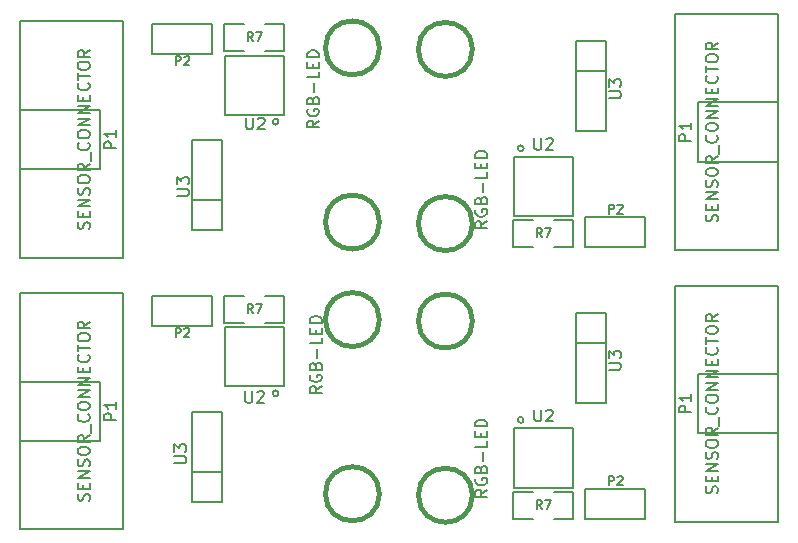
<source format=gto>
G04 (created by PCBNEW (2013-may-18)-stable) date Сб 21 ноя 2015 22:02:29*
%MOIN*%
G04 Gerber Fmt 3.4, Leading zero omitted, Abs format*
%FSLAX34Y34*%
G01*
G70*
G90*
G04 APERTURE LIST*
%ADD10C,0.00590551*%
%ADD11C,0.00787402*%
%ADD12C,0.015*%
%ADD13C,0.006*%
%ADD14C,0.005*%
%ADD15C,0.01*%
G04 APERTURE END LIST*
G54D10*
G54D11*
X39370Y-18602D02*
G75*
G03X39370Y-18602I-98J0D01*
G74*
G01*
X39370Y-27657D02*
G75*
G03X39370Y-27657I-98J0D01*
G74*
G01*
X31200Y-26771D02*
G75*
G03X31200Y-26771I-98J0D01*
G74*
G01*
X31200Y-17716D02*
G75*
G03X31200Y-17716I-98J0D01*
G74*
G01*
G54D12*
X37661Y-24360D02*
G75*
G03X37661Y-24360I-900J0D01*
G74*
G01*
X37661Y-30167D02*
G75*
G03X37661Y-30167I-900J0D01*
G74*
G01*
G54D13*
X41431Y-30962D02*
X41431Y-29962D01*
X41431Y-29962D02*
X43431Y-29962D01*
X43431Y-29962D02*
X43431Y-30962D01*
X43431Y-30962D02*
X41431Y-30962D01*
X41104Y-24080D02*
X42104Y-24080D01*
X42104Y-24080D02*
X42104Y-27080D01*
X42104Y-27080D02*
X41104Y-27080D01*
X41104Y-27080D02*
X41104Y-24080D01*
X42104Y-25080D02*
X41104Y-25080D01*
G54D10*
X41013Y-27942D02*
X39045Y-27942D01*
X39045Y-27942D02*
X39045Y-29911D01*
X39045Y-29911D02*
X41013Y-29911D01*
X41013Y-29911D02*
X41013Y-27942D01*
X47844Y-28100D02*
X45187Y-28100D01*
X45187Y-28100D02*
X45187Y-26131D01*
X45187Y-26131D02*
X47844Y-26131D01*
X44399Y-31053D02*
X44399Y-23179D01*
X44399Y-23179D02*
X47844Y-23179D01*
X47844Y-23179D02*
X47844Y-31053D01*
X47844Y-31053D02*
X44399Y-31053D01*
G54D14*
X41029Y-30951D02*
X41029Y-30051D01*
X41029Y-30051D02*
X40379Y-30051D01*
X39679Y-30951D02*
X39029Y-30951D01*
X39029Y-30951D02*
X39029Y-30051D01*
X39029Y-30051D02*
X39679Y-30051D01*
X40379Y-30951D02*
X41029Y-30951D01*
X41029Y-21896D02*
X41029Y-20996D01*
X41029Y-20996D02*
X40379Y-20996D01*
X39679Y-21896D02*
X39029Y-21896D01*
X39029Y-21896D02*
X39029Y-20996D01*
X39029Y-20996D02*
X39679Y-20996D01*
X40379Y-21896D02*
X41029Y-21896D01*
G54D10*
X47844Y-19045D02*
X45187Y-19045D01*
X45187Y-19045D02*
X45187Y-17076D01*
X45187Y-17076D02*
X47844Y-17076D01*
X44399Y-21998D02*
X44399Y-14124D01*
X44399Y-14124D02*
X47844Y-14124D01*
X47844Y-14124D02*
X47844Y-21998D01*
X47844Y-21998D02*
X44399Y-21998D01*
X41013Y-18887D02*
X39045Y-18887D01*
X39045Y-18887D02*
X39045Y-20856D01*
X39045Y-20856D02*
X41013Y-20856D01*
X41013Y-20856D02*
X41013Y-18887D01*
G54D13*
X41104Y-15025D02*
X42104Y-15025D01*
X42104Y-15025D02*
X42104Y-18025D01*
X42104Y-18025D02*
X41104Y-18025D01*
X41104Y-18025D02*
X41104Y-15025D01*
X42104Y-16025D02*
X41104Y-16025D01*
X41431Y-21907D02*
X41431Y-20907D01*
X41431Y-20907D02*
X43431Y-20907D01*
X43431Y-20907D02*
X43431Y-21907D01*
X43431Y-21907D02*
X41431Y-21907D01*
G54D12*
X37661Y-21112D02*
G75*
G03X37661Y-21112I-900J0D01*
G74*
G01*
X37661Y-15305D02*
G75*
G03X37661Y-15305I-900J0D01*
G74*
G01*
X34561Y-30118D02*
G75*
G03X34561Y-30118I-900J0D01*
G74*
G01*
X34561Y-24311D02*
G75*
G03X34561Y-24311I-900J0D01*
G74*
G01*
G54D13*
X28992Y-23515D02*
X28992Y-24515D01*
X28992Y-24515D02*
X26992Y-24515D01*
X26992Y-24515D02*
X26992Y-23515D01*
X26992Y-23515D02*
X28992Y-23515D01*
X29318Y-30397D02*
X28318Y-30397D01*
X28318Y-30397D02*
X28318Y-27397D01*
X28318Y-27397D02*
X29318Y-27397D01*
X29318Y-27397D02*
X29318Y-30397D01*
X28318Y-29397D02*
X29318Y-29397D01*
G54D10*
X29409Y-26535D02*
X31377Y-26535D01*
X31377Y-26535D02*
X31377Y-24566D01*
X31377Y-24566D02*
X29409Y-24566D01*
X29409Y-24566D02*
X29409Y-26535D01*
X22578Y-26377D02*
X25236Y-26377D01*
X25236Y-26377D02*
X25236Y-28346D01*
X25236Y-28346D02*
X22578Y-28346D01*
X26023Y-23425D02*
X26023Y-31299D01*
X26023Y-31299D02*
X22578Y-31299D01*
X22578Y-31299D02*
X22578Y-23425D01*
X22578Y-23425D02*
X26023Y-23425D01*
G54D14*
X29393Y-23526D02*
X29393Y-24426D01*
X29393Y-24426D02*
X30043Y-24426D01*
X30743Y-23526D02*
X31393Y-23526D01*
X31393Y-23526D02*
X31393Y-24426D01*
X31393Y-24426D02*
X30743Y-24426D01*
X30043Y-23526D02*
X29393Y-23526D01*
X29393Y-14471D02*
X29393Y-15371D01*
X29393Y-15371D02*
X30043Y-15371D01*
X30743Y-14471D02*
X31393Y-14471D01*
X31393Y-14471D02*
X31393Y-15371D01*
X31393Y-15371D02*
X30743Y-15371D01*
X30043Y-14471D02*
X29393Y-14471D01*
G54D10*
X22578Y-17322D02*
X25236Y-17322D01*
X25236Y-17322D02*
X25236Y-19291D01*
X25236Y-19291D02*
X22578Y-19291D01*
X26023Y-14370D02*
X26023Y-22244D01*
X26023Y-22244D02*
X22578Y-22244D01*
X22578Y-22244D02*
X22578Y-14370D01*
X22578Y-14370D02*
X26023Y-14370D01*
X29409Y-17480D02*
X31377Y-17480D01*
X31377Y-17480D02*
X31377Y-15511D01*
X31377Y-15511D02*
X29409Y-15511D01*
X29409Y-15511D02*
X29409Y-17480D01*
G54D13*
X29318Y-21342D02*
X28318Y-21342D01*
X28318Y-21342D02*
X28318Y-18342D01*
X28318Y-18342D02*
X29318Y-18342D01*
X29318Y-18342D02*
X29318Y-21342D01*
X28318Y-20342D02*
X29318Y-20342D01*
X28992Y-14460D02*
X28992Y-15460D01*
X28992Y-15460D02*
X26992Y-15460D01*
X26992Y-15460D02*
X26992Y-14460D01*
X26992Y-14460D02*
X28992Y-14460D01*
G54D12*
X34561Y-15255D02*
G75*
G03X34561Y-15255I-900J0D01*
G74*
G01*
X34561Y-21062D02*
G75*
G03X34561Y-21062I-900J0D01*
G74*
G01*
G54D15*
G54D13*
X42209Y-29834D02*
X42209Y-29534D01*
X42323Y-29534D01*
X42352Y-29548D01*
X42366Y-29562D01*
X42381Y-29591D01*
X42381Y-29634D01*
X42366Y-29662D01*
X42352Y-29676D01*
X42323Y-29691D01*
X42209Y-29691D01*
X42495Y-29562D02*
X42509Y-29548D01*
X42538Y-29534D01*
X42609Y-29534D01*
X42638Y-29548D01*
X42652Y-29562D01*
X42666Y-29591D01*
X42666Y-29619D01*
X42652Y-29662D01*
X42481Y-29834D01*
X42666Y-29834D01*
X42216Y-25985D02*
X42540Y-25985D01*
X42578Y-25966D01*
X42597Y-25947D01*
X42616Y-25909D01*
X42616Y-25833D01*
X42597Y-25794D01*
X42578Y-25775D01*
X42540Y-25756D01*
X42216Y-25756D01*
X42216Y-25604D02*
X42216Y-25356D01*
X42368Y-25490D01*
X42368Y-25433D01*
X42387Y-25394D01*
X42406Y-25375D01*
X42444Y-25356D01*
X42540Y-25356D01*
X42578Y-25375D01*
X42597Y-25394D01*
X42616Y-25433D01*
X42616Y-25547D01*
X42597Y-25585D01*
X42578Y-25604D01*
G54D10*
X39729Y-27314D02*
X39729Y-27633D01*
X39748Y-27671D01*
X39767Y-27689D01*
X39804Y-27708D01*
X39879Y-27708D01*
X39917Y-27689D01*
X39935Y-27671D01*
X39954Y-27633D01*
X39954Y-27314D01*
X40123Y-27352D02*
X40142Y-27333D01*
X40179Y-27314D01*
X40273Y-27314D01*
X40310Y-27333D01*
X40329Y-27352D01*
X40348Y-27389D01*
X40348Y-27427D01*
X40329Y-27483D01*
X40104Y-27708D01*
X40348Y-27708D01*
X38151Y-29986D02*
X37964Y-30118D01*
X38151Y-30211D02*
X37757Y-30211D01*
X37757Y-30061D01*
X37776Y-30024D01*
X37795Y-30005D01*
X37832Y-29986D01*
X37889Y-29986D01*
X37926Y-30005D01*
X37945Y-30024D01*
X37964Y-30061D01*
X37964Y-30211D01*
X37776Y-29611D02*
X37757Y-29649D01*
X37757Y-29705D01*
X37776Y-29761D01*
X37814Y-29799D01*
X37851Y-29818D01*
X37926Y-29836D01*
X37982Y-29836D01*
X38057Y-29818D01*
X38095Y-29799D01*
X38132Y-29761D01*
X38151Y-29705D01*
X38151Y-29668D01*
X38132Y-29611D01*
X38113Y-29593D01*
X37982Y-29593D01*
X37982Y-29668D01*
X37945Y-29293D02*
X37964Y-29236D01*
X37982Y-29218D01*
X38020Y-29199D01*
X38076Y-29199D01*
X38113Y-29218D01*
X38132Y-29236D01*
X38151Y-29274D01*
X38151Y-29424D01*
X37757Y-29424D01*
X37757Y-29293D01*
X37776Y-29255D01*
X37795Y-29236D01*
X37832Y-29218D01*
X37870Y-29218D01*
X37907Y-29236D01*
X37926Y-29255D01*
X37945Y-29293D01*
X37945Y-29424D01*
X38001Y-29030D02*
X38001Y-28730D01*
X38151Y-28355D02*
X38151Y-28543D01*
X37757Y-28543D01*
X37945Y-28224D02*
X37945Y-28093D01*
X38151Y-28037D02*
X38151Y-28224D01*
X37757Y-28224D01*
X37757Y-28037D01*
X38151Y-27868D02*
X37757Y-27868D01*
X37757Y-27774D01*
X37776Y-27718D01*
X37814Y-27680D01*
X37851Y-27662D01*
X37926Y-27643D01*
X37982Y-27643D01*
X38057Y-27662D01*
X38095Y-27680D01*
X38132Y-27718D01*
X38151Y-27774D01*
X38151Y-27868D01*
X44952Y-27406D02*
X44558Y-27406D01*
X44558Y-27256D01*
X44577Y-27219D01*
X44596Y-27200D01*
X44633Y-27181D01*
X44690Y-27181D01*
X44727Y-27200D01*
X44746Y-27219D01*
X44765Y-27256D01*
X44765Y-27406D01*
X44952Y-26806D02*
X44952Y-27031D01*
X44952Y-26919D02*
X44558Y-26919D01*
X44615Y-26956D01*
X44652Y-26994D01*
X44671Y-27031D01*
X45819Y-30097D02*
X45838Y-30040D01*
X45838Y-29947D01*
X45819Y-29909D01*
X45800Y-29890D01*
X45763Y-29872D01*
X45726Y-29872D01*
X45688Y-29890D01*
X45669Y-29909D01*
X45651Y-29947D01*
X45632Y-30022D01*
X45613Y-30059D01*
X45594Y-30078D01*
X45557Y-30097D01*
X45519Y-30097D01*
X45482Y-30078D01*
X45463Y-30059D01*
X45444Y-30022D01*
X45444Y-29928D01*
X45463Y-29872D01*
X45632Y-29703D02*
X45632Y-29572D01*
X45838Y-29515D02*
X45838Y-29703D01*
X45444Y-29703D01*
X45444Y-29515D01*
X45838Y-29347D02*
X45444Y-29347D01*
X45838Y-29122D01*
X45444Y-29122D01*
X45819Y-28953D02*
X45838Y-28897D01*
X45838Y-28803D01*
X45819Y-28765D01*
X45800Y-28747D01*
X45763Y-28728D01*
X45726Y-28728D01*
X45688Y-28747D01*
X45669Y-28765D01*
X45651Y-28803D01*
X45632Y-28878D01*
X45613Y-28915D01*
X45594Y-28934D01*
X45557Y-28953D01*
X45519Y-28953D01*
X45482Y-28934D01*
X45463Y-28915D01*
X45444Y-28878D01*
X45444Y-28784D01*
X45463Y-28728D01*
X45444Y-28484D02*
X45444Y-28409D01*
X45463Y-28372D01*
X45501Y-28334D01*
X45576Y-28315D01*
X45707Y-28315D01*
X45782Y-28334D01*
X45819Y-28372D01*
X45838Y-28409D01*
X45838Y-28484D01*
X45819Y-28522D01*
X45782Y-28559D01*
X45707Y-28578D01*
X45576Y-28578D01*
X45501Y-28559D01*
X45463Y-28522D01*
X45444Y-28484D01*
X45838Y-27922D02*
X45651Y-28053D01*
X45838Y-28147D02*
X45444Y-28147D01*
X45444Y-27997D01*
X45463Y-27959D01*
X45482Y-27941D01*
X45519Y-27922D01*
X45576Y-27922D01*
X45613Y-27941D01*
X45632Y-27959D01*
X45651Y-27997D01*
X45651Y-28147D01*
X45875Y-27847D02*
X45875Y-27547D01*
X45800Y-27228D02*
X45819Y-27247D01*
X45838Y-27303D01*
X45838Y-27341D01*
X45819Y-27397D01*
X45782Y-27434D01*
X45744Y-27453D01*
X45669Y-27472D01*
X45613Y-27472D01*
X45538Y-27453D01*
X45501Y-27434D01*
X45463Y-27397D01*
X45444Y-27341D01*
X45444Y-27303D01*
X45463Y-27247D01*
X45482Y-27228D01*
X45444Y-26984D02*
X45444Y-26909D01*
X45463Y-26872D01*
X45501Y-26834D01*
X45576Y-26816D01*
X45707Y-26816D01*
X45782Y-26834D01*
X45819Y-26872D01*
X45838Y-26909D01*
X45838Y-26984D01*
X45819Y-27022D01*
X45782Y-27059D01*
X45707Y-27078D01*
X45576Y-27078D01*
X45501Y-27059D01*
X45463Y-27022D01*
X45444Y-26984D01*
X45838Y-26647D02*
X45444Y-26647D01*
X45838Y-26422D01*
X45444Y-26422D01*
X45838Y-26235D02*
X45444Y-26235D01*
X45838Y-26010D01*
X45444Y-26010D01*
X45632Y-25822D02*
X45632Y-25691D01*
X45838Y-25635D02*
X45838Y-25822D01*
X45444Y-25822D01*
X45444Y-25635D01*
X45800Y-25241D02*
X45819Y-25260D01*
X45838Y-25316D01*
X45838Y-25353D01*
X45819Y-25410D01*
X45782Y-25447D01*
X45744Y-25466D01*
X45669Y-25485D01*
X45613Y-25485D01*
X45538Y-25466D01*
X45501Y-25447D01*
X45463Y-25410D01*
X45444Y-25353D01*
X45444Y-25316D01*
X45463Y-25260D01*
X45482Y-25241D01*
X45444Y-25128D02*
X45444Y-24903D01*
X45838Y-25016D02*
X45444Y-25016D01*
X45444Y-24697D02*
X45444Y-24622D01*
X45463Y-24585D01*
X45501Y-24547D01*
X45576Y-24528D01*
X45707Y-24528D01*
X45782Y-24547D01*
X45819Y-24585D01*
X45838Y-24622D01*
X45838Y-24697D01*
X45819Y-24735D01*
X45782Y-24772D01*
X45707Y-24791D01*
X45576Y-24791D01*
X45501Y-24772D01*
X45463Y-24735D01*
X45444Y-24697D01*
X45838Y-24135D02*
X45651Y-24266D01*
X45838Y-24360D02*
X45444Y-24360D01*
X45444Y-24210D01*
X45463Y-24172D01*
X45482Y-24154D01*
X45519Y-24135D01*
X45576Y-24135D01*
X45613Y-24154D01*
X45632Y-24172D01*
X45651Y-24210D01*
X45651Y-24360D01*
G54D14*
X39979Y-30623D02*
X39879Y-30480D01*
X39808Y-30623D02*
X39808Y-30323D01*
X39922Y-30323D01*
X39950Y-30337D01*
X39965Y-30351D01*
X39979Y-30380D01*
X39979Y-30423D01*
X39965Y-30451D01*
X39950Y-30466D01*
X39922Y-30480D01*
X39808Y-30480D01*
X40079Y-30323D02*
X40279Y-30323D01*
X40150Y-30623D01*
X39979Y-21568D02*
X39879Y-21425D01*
X39808Y-21568D02*
X39808Y-21268D01*
X39922Y-21268D01*
X39950Y-21282D01*
X39965Y-21296D01*
X39979Y-21325D01*
X39979Y-21368D01*
X39965Y-21396D01*
X39950Y-21411D01*
X39922Y-21425D01*
X39808Y-21425D01*
X40079Y-21268D02*
X40279Y-21268D01*
X40150Y-21568D01*
G54D10*
X44952Y-18351D02*
X44558Y-18351D01*
X44558Y-18201D01*
X44577Y-18164D01*
X44596Y-18145D01*
X44633Y-18126D01*
X44690Y-18126D01*
X44727Y-18145D01*
X44746Y-18164D01*
X44765Y-18201D01*
X44765Y-18351D01*
X44952Y-17751D02*
X44952Y-17976D01*
X44952Y-17864D02*
X44558Y-17864D01*
X44615Y-17901D01*
X44652Y-17939D01*
X44671Y-17976D01*
X45819Y-21041D02*
X45838Y-20985D01*
X45838Y-20891D01*
X45819Y-20854D01*
X45800Y-20835D01*
X45763Y-20816D01*
X45726Y-20816D01*
X45688Y-20835D01*
X45669Y-20854D01*
X45651Y-20891D01*
X45632Y-20966D01*
X45613Y-21004D01*
X45594Y-21023D01*
X45557Y-21041D01*
X45519Y-21041D01*
X45482Y-21023D01*
X45463Y-21004D01*
X45444Y-20966D01*
X45444Y-20873D01*
X45463Y-20816D01*
X45632Y-20648D02*
X45632Y-20516D01*
X45838Y-20460D02*
X45838Y-20648D01*
X45444Y-20648D01*
X45444Y-20460D01*
X45838Y-20291D02*
X45444Y-20291D01*
X45838Y-20067D01*
X45444Y-20067D01*
X45819Y-19898D02*
X45838Y-19842D01*
X45838Y-19748D01*
X45819Y-19710D01*
X45800Y-19692D01*
X45763Y-19673D01*
X45726Y-19673D01*
X45688Y-19692D01*
X45669Y-19710D01*
X45651Y-19748D01*
X45632Y-19823D01*
X45613Y-19860D01*
X45594Y-19879D01*
X45557Y-19898D01*
X45519Y-19898D01*
X45482Y-19879D01*
X45463Y-19860D01*
X45444Y-19823D01*
X45444Y-19729D01*
X45463Y-19673D01*
X45444Y-19429D02*
X45444Y-19354D01*
X45463Y-19317D01*
X45501Y-19279D01*
X45576Y-19260D01*
X45707Y-19260D01*
X45782Y-19279D01*
X45819Y-19317D01*
X45838Y-19354D01*
X45838Y-19429D01*
X45819Y-19467D01*
X45782Y-19504D01*
X45707Y-19523D01*
X45576Y-19523D01*
X45501Y-19504D01*
X45463Y-19467D01*
X45444Y-19429D01*
X45838Y-18867D02*
X45651Y-18998D01*
X45838Y-19092D02*
X45444Y-19092D01*
X45444Y-18942D01*
X45463Y-18904D01*
X45482Y-18885D01*
X45519Y-18867D01*
X45576Y-18867D01*
X45613Y-18885D01*
X45632Y-18904D01*
X45651Y-18942D01*
X45651Y-19092D01*
X45875Y-18792D02*
X45875Y-18492D01*
X45800Y-18173D02*
X45819Y-18192D01*
X45838Y-18248D01*
X45838Y-18285D01*
X45819Y-18342D01*
X45782Y-18379D01*
X45744Y-18398D01*
X45669Y-18417D01*
X45613Y-18417D01*
X45538Y-18398D01*
X45501Y-18379D01*
X45463Y-18342D01*
X45444Y-18285D01*
X45444Y-18248D01*
X45463Y-18192D01*
X45482Y-18173D01*
X45444Y-17929D02*
X45444Y-17854D01*
X45463Y-17817D01*
X45501Y-17779D01*
X45576Y-17761D01*
X45707Y-17761D01*
X45782Y-17779D01*
X45819Y-17817D01*
X45838Y-17854D01*
X45838Y-17929D01*
X45819Y-17967D01*
X45782Y-18004D01*
X45707Y-18023D01*
X45576Y-18023D01*
X45501Y-18004D01*
X45463Y-17967D01*
X45444Y-17929D01*
X45838Y-17592D02*
X45444Y-17592D01*
X45838Y-17367D01*
X45444Y-17367D01*
X45838Y-17179D02*
X45444Y-17179D01*
X45838Y-16954D01*
X45444Y-16954D01*
X45632Y-16767D02*
X45632Y-16636D01*
X45838Y-16579D02*
X45838Y-16767D01*
X45444Y-16767D01*
X45444Y-16579D01*
X45800Y-16186D02*
X45819Y-16205D01*
X45838Y-16261D01*
X45838Y-16298D01*
X45819Y-16354D01*
X45782Y-16392D01*
X45744Y-16411D01*
X45669Y-16429D01*
X45613Y-16429D01*
X45538Y-16411D01*
X45501Y-16392D01*
X45463Y-16354D01*
X45444Y-16298D01*
X45444Y-16261D01*
X45463Y-16205D01*
X45482Y-16186D01*
X45444Y-16073D02*
X45444Y-15848D01*
X45838Y-15961D02*
X45444Y-15961D01*
X45444Y-15642D02*
X45444Y-15567D01*
X45463Y-15530D01*
X45501Y-15492D01*
X45576Y-15473D01*
X45707Y-15473D01*
X45782Y-15492D01*
X45819Y-15530D01*
X45838Y-15567D01*
X45838Y-15642D01*
X45819Y-15680D01*
X45782Y-15717D01*
X45707Y-15736D01*
X45576Y-15736D01*
X45501Y-15717D01*
X45463Y-15680D01*
X45444Y-15642D01*
X45838Y-15080D02*
X45651Y-15211D01*
X45838Y-15305D02*
X45444Y-15305D01*
X45444Y-15155D01*
X45463Y-15117D01*
X45482Y-15098D01*
X45519Y-15080D01*
X45576Y-15080D01*
X45613Y-15098D01*
X45632Y-15117D01*
X45651Y-15155D01*
X45651Y-15305D01*
X39729Y-18259D02*
X39729Y-18578D01*
X39748Y-18615D01*
X39767Y-18634D01*
X39804Y-18653D01*
X39879Y-18653D01*
X39917Y-18634D01*
X39935Y-18615D01*
X39954Y-18578D01*
X39954Y-18259D01*
X40123Y-18297D02*
X40142Y-18278D01*
X40179Y-18259D01*
X40273Y-18259D01*
X40310Y-18278D01*
X40329Y-18297D01*
X40348Y-18334D01*
X40348Y-18372D01*
X40329Y-18428D01*
X40104Y-18653D01*
X40348Y-18653D01*
X38151Y-21030D02*
X37964Y-21161D01*
X38151Y-21255D02*
X37757Y-21255D01*
X37757Y-21105D01*
X37776Y-21067D01*
X37795Y-21048D01*
X37832Y-21030D01*
X37889Y-21030D01*
X37926Y-21048D01*
X37945Y-21067D01*
X37964Y-21105D01*
X37964Y-21255D01*
X37776Y-20655D02*
X37757Y-20692D01*
X37757Y-20748D01*
X37776Y-20805D01*
X37814Y-20842D01*
X37851Y-20861D01*
X37926Y-20880D01*
X37982Y-20880D01*
X38057Y-20861D01*
X38095Y-20842D01*
X38132Y-20805D01*
X38151Y-20748D01*
X38151Y-20711D01*
X38132Y-20655D01*
X38113Y-20636D01*
X37982Y-20636D01*
X37982Y-20711D01*
X37945Y-20336D02*
X37964Y-20280D01*
X37982Y-20261D01*
X38020Y-20242D01*
X38076Y-20242D01*
X38113Y-20261D01*
X38132Y-20280D01*
X38151Y-20317D01*
X38151Y-20467D01*
X37757Y-20467D01*
X37757Y-20336D01*
X37776Y-20299D01*
X37795Y-20280D01*
X37832Y-20261D01*
X37870Y-20261D01*
X37907Y-20280D01*
X37926Y-20299D01*
X37945Y-20336D01*
X37945Y-20467D01*
X38001Y-20074D02*
X38001Y-19774D01*
X38151Y-19399D02*
X38151Y-19586D01*
X37757Y-19586D01*
X37945Y-19267D02*
X37945Y-19136D01*
X38151Y-19080D02*
X38151Y-19267D01*
X37757Y-19267D01*
X37757Y-19080D01*
X38151Y-18911D02*
X37757Y-18911D01*
X37757Y-18817D01*
X37776Y-18761D01*
X37814Y-18724D01*
X37851Y-18705D01*
X37926Y-18686D01*
X37982Y-18686D01*
X38057Y-18705D01*
X38095Y-18724D01*
X38132Y-18761D01*
X38151Y-18817D01*
X38151Y-18911D01*
G54D13*
X42216Y-16930D02*
X42540Y-16930D01*
X42578Y-16911D01*
X42597Y-16892D01*
X42616Y-16854D01*
X42616Y-16777D01*
X42597Y-16739D01*
X42578Y-16720D01*
X42540Y-16701D01*
X42216Y-16701D01*
X42216Y-16549D02*
X42216Y-16301D01*
X42368Y-16435D01*
X42368Y-16377D01*
X42387Y-16339D01*
X42406Y-16320D01*
X42444Y-16301D01*
X42540Y-16301D01*
X42578Y-16320D01*
X42597Y-16339D01*
X42616Y-16377D01*
X42616Y-16492D01*
X42597Y-16530D01*
X42578Y-16549D01*
X42209Y-20778D02*
X42209Y-20478D01*
X42323Y-20478D01*
X42352Y-20493D01*
X42366Y-20507D01*
X42381Y-20536D01*
X42381Y-20578D01*
X42366Y-20607D01*
X42352Y-20621D01*
X42323Y-20636D01*
X42209Y-20636D01*
X42495Y-20507D02*
X42509Y-20493D01*
X42538Y-20478D01*
X42609Y-20478D01*
X42638Y-20493D01*
X42652Y-20507D01*
X42666Y-20536D01*
X42666Y-20564D01*
X42652Y-20607D01*
X42481Y-20778D01*
X42666Y-20778D01*
G54D15*
G54D13*
X27770Y-24887D02*
X27770Y-24587D01*
X27884Y-24587D01*
X27913Y-24601D01*
X27927Y-24615D01*
X27942Y-24644D01*
X27942Y-24687D01*
X27927Y-24715D01*
X27913Y-24730D01*
X27884Y-24744D01*
X27770Y-24744D01*
X28056Y-24615D02*
X28070Y-24601D01*
X28099Y-24587D01*
X28170Y-24587D01*
X28199Y-24601D01*
X28213Y-24615D01*
X28227Y-24644D01*
X28227Y-24672D01*
X28213Y-24715D01*
X28042Y-24887D01*
X28227Y-24887D01*
X27730Y-29102D02*
X28054Y-29102D01*
X28092Y-29083D01*
X28111Y-29064D01*
X28130Y-29026D01*
X28130Y-28950D01*
X28111Y-28911D01*
X28092Y-28892D01*
X28054Y-28873D01*
X27730Y-28873D01*
X27730Y-28721D02*
X27730Y-28473D01*
X27883Y-28607D01*
X27883Y-28550D01*
X27902Y-28511D01*
X27921Y-28492D01*
X27959Y-28473D01*
X28054Y-28473D01*
X28092Y-28492D01*
X28111Y-28511D01*
X28130Y-28550D01*
X28130Y-28664D01*
X28111Y-28702D01*
X28092Y-28721D01*
G54D10*
X30093Y-26694D02*
X30093Y-27013D01*
X30112Y-27050D01*
X30131Y-27069D01*
X30168Y-27088D01*
X30243Y-27088D01*
X30281Y-27069D01*
X30299Y-27050D01*
X30318Y-27013D01*
X30318Y-26694D01*
X30487Y-26732D02*
X30506Y-26713D01*
X30543Y-26694D01*
X30637Y-26694D01*
X30674Y-26713D01*
X30693Y-26732D01*
X30712Y-26769D01*
X30712Y-26807D01*
X30693Y-26863D01*
X30468Y-27088D01*
X30712Y-27088D01*
X32639Y-26541D02*
X32452Y-26673D01*
X32639Y-26766D02*
X32245Y-26766D01*
X32245Y-26616D01*
X32264Y-26579D01*
X32283Y-26560D01*
X32320Y-26541D01*
X32377Y-26541D01*
X32414Y-26560D01*
X32433Y-26579D01*
X32452Y-26616D01*
X32452Y-26766D01*
X32264Y-26167D02*
X32245Y-26204D01*
X32245Y-26260D01*
X32264Y-26317D01*
X32302Y-26354D01*
X32339Y-26373D01*
X32414Y-26392D01*
X32470Y-26392D01*
X32545Y-26373D01*
X32583Y-26354D01*
X32620Y-26317D01*
X32639Y-26260D01*
X32639Y-26223D01*
X32620Y-26167D01*
X32602Y-26148D01*
X32470Y-26148D01*
X32470Y-26223D01*
X32433Y-25848D02*
X32452Y-25792D01*
X32470Y-25773D01*
X32508Y-25754D01*
X32564Y-25754D01*
X32602Y-25773D01*
X32620Y-25792D01*
X32639Y-25829D01*
X32639Y-25979D01*
X32245Y-25979D01*
X32245Y-25848D01*
X32264Y-25810D01*
X32283Y-25792D01*
X32320Y-25773D01*
X32358Y-25773D01*
X32395Y-25792D01*
X32414Y-25810D01*
X32433Y-25848D01*
X32433Y-25979D01*
X32489Y-25585D02*
X32489Y-25285D01*
X32639Y-24910D02*
X32639Y-25098D01*
X32245Y-25098D01*
X32433Y-24779D02*
X32433Y-24648D01*
X32639Y-24592D02*
X32639Y-24779D01*
X32245Y-24779D01*
X32245Y-24592D01*
X32639Y-24423D02*
X32245Y-24423D01*
X32245Y-24329D01*
X32264Y-24273D01*
X32302Y-24236D01*
X32339Y-24217D01*
X32414Y-24198D01*
X32470Y-24198D01*
X32545Y-24217D01*
X32583Y-24236D01*
X32620Y-24273D01*
X32639Y-24329D01*
X32639Y-24423D01*
X25789Y-27652D02*
X25395Y-27652D01*
X25395Y-27502D01*
X25414Y-27465D01*
X25433Y-27446D01*
X25470Y-27427D01*
X25526Y-27427D01*
X25564Y-27446D01*
X25583Y-27465D01*
X25601Y-27502D01*
X25601Y-27652D01*
X25789Y-27052D02*
X25789Y-27277D01*
X25789Y-27165D02*
X25395Y-27165D01*
X25451Y-27202D01*
X25489Y-27240D01*
X25508Y-27277D01*
X24884Y-30343D02*
X24903Y-30286D01*
X24903Y-30193D01*
X24884Y-30155D01*
X24865Y-30136D01*
X24828Y-30118D01*
X24790Y-30118D01*
X24753Y-30136D01*
X24734Y-30155D01*
X24715Y-30193D01*
X24697Y-30268D01*
X24678Y-30305D01*
X24659Y-30324D01*
X24622Y-30343D01*
X24584Y-30343D01*
X24547Y-30324D01*
X24528Y-30305D01*
X24509Y-30268D01*
X24509Y-30174D01*
X24528Y-30118D01*
X24697Y-29949D02*
X24697Y-29818D01*
X24903Y-29761D02*
X24903Y-29949D01*
X24509Y-29949D01*
X24509Y-29761D01*
X24903Y-29593D02*
X24509Y-29593D01*
X24903Y-29368D01*
X24509Y-29368D01*
X24884Y-29199D02*
X24903Y-29143D01*
X24903Y-29049D01*
X24884Y-29011D01*
X24865Y-28993D01*
X24828Y-28974D01*
X24790Y-28974D01*
X24753Y-28993D01*
X24734Y-29011D01*
X24715Y-29049D01*
X24697Y-29124D01*
X24678Y-29161D01*
X24659Y-29180D01*
X24622Y-29199D01*
X24584Y-29199D01*
X24547Y-29180D01*
X24528Y-29161D01*
X24509Y-29124D01*
X24509Y-29030D01*
X24528Y-28974D01*
X24509Y-28730D02*
X24509Y-28655D01*
X24528Y-28618D01*
X24565Y-28580D01*
X24640Y-28562D01*
X24772Y-28562D01*
X24847Y-28580D01*
X24884Y-28618D01*
X24903Y-28655D01*
X24903Y-28730D01*
X24884Y-28768D01*
X24847Y-28805D01*
X24772Y-28824D01*
X24640Y-28824D01*
X24565Y-28805D01*
X24528Y-28768D01*
X24509Y-28730D01*
X24903Y-28168D02*
X24715Y-28299D01*
X24903Y-28393D02*
X24509Y-28393D01*
X24509Y-28243D01*
X24528Y-28205D01*
X24547Y-28187D01*
X24584Y-28168D01*
X24640Y-28168D01*
X24678Y-28187D01*
X24697Y-28205D01*
X24715Y-28243D01*
X24715Y-28393D01*
X24940Y-28093D02*
X24940Y-27793D01*
X24865Y-27474D02*
X24884Y-27493D01*
X24903Y-27549D01*
X24903Y-27587D01*
X24884Y-27643D01*
X24847Y-27680D01*
X24809Y-27699D01*
X24734Y-27718D01*
X24678Y-27718D01*
X24603Y-27699D01*
X24565Y-27680D01*
X24528Y-27643D01*
X24509Y-27587D01*
X24509Y-27549D01*
X24528Y-27493D01*
X24547Y-27474D01*
X24509Y-27230D02*
X24509Y-27155D01*
X24528Y-27118D01*
X24565Y-27080D01*
X24640Y-27062D01*
X24772Y-27062D01*
X24847Y-27080D01*
X24884Y-27118D01*
X24903Y-27155D01*
X24903Y-27230D01*
X24884Y-27268D01*
X24847Y-27305D01*
X24772Y-27324D01*
X24640Y-27324D01*
X24565Y-27305D01*
X24528Y-27268D01*
X24509Y-27230D01*
X24903Y-26893D02*
X24509Y-26893D01*
X24903Y-26668D01*
X24509Y-26668D01*
X24903Y-26481D02*
X24509Y-26481D01*
X24903Y-26256D01*
X24509Y-26256D01*
X24697Y-26068D02*
X24697Y-25937D01*
X24903Y-25881D02*
X24903Y-26068D01*
X24509Y-26068D01*
X24509Y-25881D01*
X24865Y-25487D02*
X24884Y-25506D01*
X24903Y-25562D01*
X24903Y-25599D01*
X24884Y-25656D01*
X24847Y-25693D01*
X24809Y-25712D01*
X24734Y-25731D01*
X24678Y-25731D01*
X24603Y-25712D01*
X24565Y-25693D01*
X24528Y-25656D01*
X24509Y-25599D01*
X24509Y-25562D01*
X24528Y-25506D01*
X24547Y-25487D01*
X24509Y-25374D02*
X24509Y-25149D01*
X24903Y-25262D02*
X24509Y-25262D01*
X24509Y-24943D02*
X24509Y-24868D01*
X24528Y-24831D01*
X24565Y-24793D01*
X24640Y-24775D01*
X24772Y-24775D01*
X24847Y-24793D01*
X24884Y-24831D01*
X24903Y-24868D01*
X24903Y-24943D01*
X24884Y-24981D01*
X24847Y-25018D01*
X24772Y-25037D01*
X24640Y-25037D01*
X24565Y-25018D01*
X24528Y-24981D01*
X24509Y-24943D01*
X24903Y-24381D02*
X24715Y-24512D01*
X24903Y-24606D02*
X24509Y-24606D01*
X24509Y-24456D01*
X24528Y-24418D01*
X24547Y-24400D01*
X24584Y-24381D01*
X24640Y-24381D01*
X24678Y-24400D01*
X24697Y-24418D01*
X24715Y-24456D01*
X24715Y-24606D01*
G54D14*
X30343Y-24097D02*
X30243Y-23954D01*
X30172Y-24097D02*
X30172Y-23797D01*
X30286Y-23797D01*
X30315Y-23812D01*
X30329Y-23826D01*
X30343Y-23854D01*
X30343Y-23897D01*
X30329Y-23926D01*
X30315Y-23940D01*
X30286Y-23954D01*
X30172Y-23954D01*
X30443Y-23797D02*
X30643Y-23797D01*
X30515Y-24097D01*
X30343Y-15042D02*
X30243Y-14899D01*
X30172Y-15042D02*
X30172Y-14742D01*
X30286Y-14742D01*
X30315Y-14756D01*
X30329Y-14771D01*
X30343Y-14799D01*
X30343Y-14842D01*
X30329Y-14871D01*
X30315Y-14885D01*
X30286Y-14899D01*
X30172Y-14899D01*
X30443Y-14742D02*
X30643Y-14742D01*
X30515Y-15042D01*
G54D10*
X25789Y-18597D02*
X25395Y-18597D01*
X25395Y-18447D01*
X25414Y-18410D01*
X25433Y-18391D01*
X25470Y-18372D01*
X25526Y-18372D01*
X25564Y-18391D01*
X25583Y-18410D01*
X25601Y-18447D01*
X25601Y-18597D01*
X25789Y-17997D02*
X25789Y-18222D01*
X25789Y-18110D02*
X25395Y-18110D01*
X25451Y-18147D01*
X25489Y-18185D01*
X25508Y-18222D01*
X24884Y-21287D02*
X24903Y-21231D01*
X24903Y-21137D01*
X24884Y-21100D01*
X24865Y-21081D01*
X24828Y-21062D01*
X24790Y-21062D01*
X24753Y-21081D01*
X24734Y-21100D01*
X24715Y-21137D01*
X24697Y-21212D01*
X24678Y-21250D01*
X24659Y-21269D01*
X24622Y-21287D01*
X24584Y-21287D01*
X24547Y-21269D01*
X24528Y-21250D01*
X24509Y-21212D01*
X24509Y-21119D01*
X24528Y-21062D01*
X24697Y-20894D02*
X24697Y-20763D01*
X24903Y-20706D02*
X24903Y-20894D01*
X24509Y-20894D01*
X24509Y-20706D01*
X24903Y-20538D02*
X24509Y-20538D01*
X24903Y-20313D01*
X24509Y-20313D01*
X24884Y-20144D02*
X24903Y-20088D01*
X24903Y-19994D01*
X24884Y-19956D01*
X24865Y-19938D01*
X24828Y-19919D01*
X24790Y-19919D01*
X24753Y-19938D01*
X24734Y-19956D01*
X24715Y-19994D01*
X24697Y-20069D01*
X24678Y-20106D01*
X24659Y-20125D01*
X24622Y-20144D01*
X24584Y-20144D01*
X24547Y-20125D01*
X24528Y-20106D01*
X24509Y-20069D01*
X24509Y-19975D01*
X24528Y-19919D01*
X24509Y-19675D02*
X24509Y-19600D01*
X24528Y-19563D01*
X24565Y-19525D01*
X24640Y-19506D01*
X24772Y-19506D01*
X24847Y-19525D01*
X24884Y-19563D01*
X24903Y-19600D01*
X24903Y-19675D01*
X24884Y-19713D01*
X24847Y-19750D01*
X24772Y-19769D01*
X24640Y-19769D01*
X24565Y-19750D01*
X24528Y-19713D01*
X24509Y-19675D01*
X24903Y-19113D02*
X24715Y-19244D01*
X24903Y-19338D02*
X24509Y-19338D01*
X24509Y-19188D01*
X24528Y-19150D01*
X24547Y-19131D01*
X24584Y-19113D01*
X24640Y-19113D01*
X24678Y-19131D01*
X24697Y-19150D01*
X24715Y-19188D01*
X24715Y-19338D01*
X24940Y-19038D02*
X24940Y-18738D01*
X24865Y-18419D02*
X24884Y-18438D01*
X24903Y-18494D01*
X24903Y-18532D01*
X24884Y-18588D01*
X24847Y-18625D01*
X24809Y-18644D01*
X24734Y-18663D01*
X24678Y-18663D01*
X24603Y-18644D01*
X24565Y-18625D01*
X24528Y-18588D01*
X24509Y-18532D01*
X24509Y-18494D01*
X24528Y-18438D01*
X24547Y-18419D01*
X24509Y-18175D02*
X24509Y-18100D01*
X24528Y-18063D01*
X24565Y-18025D01*
X24640Y-18007D01*
X24772Y-18007D01*
X24847Y-18025D01*
X24884Y-18063D01*
X24903Y-18100D01*
X24903Y-18175D01*
X24884Y-18213D01*
X24847Y-18250D01*
X24772Y-18269D01*
X24640Y-18269D01*
X24565Y-18250D01*
X24528Y-18213D01*
X24509Y-18175D01*
X24903Y-17838D02*
X24509Y-17838D01*
X24903Y-17613D01*
X24509Y-17613D01*
X24903Y-17425D02*
X24509Y-17425D01*
X24903Y-17200D01*
X24509Y-17200D01*
X24697Y-17013D02*
X24697Y-16882D01*
X24903Y-16826D02*
X24903Y-17013D01*
X24509Y-17013D01*
X24509Y-16826D01*
X24865Y-16432D02*
X24884Y-16451D01*
X24903Y-16507D01*
X24903Y-16544D01*
X24884Y-16601D01*
X24847Y-16638D01*
X24809Y-16657D01*
X24734Y-16676D01*
X24678Y-16676D01*
X24603Y-16657D01*
X24565Y-16638D01*
X24528Y-16601D01*
X24509Y-16544D01*
X24509Y-16507D01*
X24528Y-16451D01*
X24547Y-16432D01*
X24509Y-16319D02*
X24509Y-16094D01*
X24903Y-16207D02*
X24509Y-16207D01*
X24509Y-15888D02*
X24509Y-15813D01*
X24528Y-15776D01*
X24565Y-15738D01*
X24640Y-15719D01*
X24772Y-15719D01*
X24847Y-15738D01*
X24884Y-15776D01*
X24903Y-15813D01*
X24903Y-15888D01*
X24884Y-15926D01*
X24847Y-15963D01*
X24772Y-15982D01*
X24640Y-15982D01*
X24565Y-15963D01*
X24528Y-15926D01*
X24509Y-15888D01*
X24903Y-15326D02*
X24715Y-15457D01*
X24903Y-15551D02*
X24509Y-15551D01*
X24509Y-15401D01*
X24528Y-15363D01*
X24547Y-15344D01*
X24584Y-15326D01*
X24640Y-15326D01*
X24678Y-15344D01*
X24697Y-15363D01*
X24715Y-15401D01*
X24715Y-15551D01*
X30113Y-17580D02*
X30113Y-17899D01*
X30132Y-17936D01*
X30150Y-17955D01*
X30188Y-17974D01*
X30263Y-17974D01*
X30300Y-17955D01*
X30319Y-17936D01*
X30338Y-17899D01*
X30338Y-17580D01*
X30507Y-17618D02*
X30525Y-17599D01*
X30563Y-17580D01*
X30657Y-17580D01*
X30694Y-17599D01*
X30713Y-17618D01*
X30732Y-17655D01*
X30732Y-17693D01*
X30713Y-17749D01*
X30488Y-17974D01*
X30732Y-17974D01*
X32541Y-17683D02*
X32353Y-17814D01*
X32541Y-17908D02*
X32147Y-17908D01*
X32147Y-17758D01*
X32166Y-17721D01*
X32185Y-17702D01*
X32222Y-17683D01*
X32278Y-17683D01*
X32316Y-17702D01*
X32335Y-17721D01*
X32353Y-17758D01*
X32353Y-17908D01*
X32166Y-17308D02*
X32147Y-17346D01*
X32147Y-17402D01*
X32166Y-17458D01*
X32203Y-17496D01*
X32241Y-17514D01*
X32316Y-17533D01*
X32372Y-17533D01*
X32447Y-17514D01*
X32485Y-17496D01*
X32522Y-17458D01*
X32541Y-17402D01*
X32541Y-17365D01*
X32522Y-17308D01*
X32503Y-17290D01*
X32372Y-17290D01*
X32372Y-17365D01*
X32335Y-16990D02*
X32353Y-16933D01*
X32372Y-16915D01*
X32410Y-16896D01*
X32466Y-16896D01*
X32503Y-16915D01*
X32522Y-16933D01*
X32541Y-16971D01*
X32541Y-17121D01*
X32147Y-17121D01*
X32147Y-16990D01*
X32166Y-16952D01*
X32185Y-16933D01*
X32222Y-16915D01*
X32260Y-16915D01*
X32297Y-16933D01*
X32316Y-16952D01*
X32335Y-16990D01*
X32335Y-17121D01*
X32391Y-16727D02*
X32391Y-16427D01*
X32541Y-16052D02*
X32541Y-16240D01*
X32147Y-16240D01*
X32335Y-15921D02*
X32335Y-15790D01*
X32541Y-15733D02*
X32541Y-15921D01*
X32147Y-15921D01*
X32147Y-15733D01*
X32541Y-15565D02*
X32147Y-15565D01*
X32147Y-15471D01*
X32166Y-15415D01*
X32203Y-15377D01*
X32241Y-15359D01*
X32316Y-15340D01*
X32372Y-15340D01*
X32447Y-15359D01*
X32485Y-15377D01*
X32522Y-15415D01*
X32541Y-15471D01*
X32541Y-15565D01*
G54D13*
X27813Y-20186D02*
X28136Y-20186D01*
X28174Y-20167D01*
X28194Y-20148D01*
X28213Y-20110D01*
X28213Y-20034D01*
X28194Y-19996D01*
X28174Y-19977D01*
X28136Y-19958D01*
X27813Y-19958D01*
X27813Y-19805D02*
X27813Y-19558D01*
X27965Y-19691D01*
X27965Y-19634D01*
X27984Y-19596D01*
X28003Y-19577D01*
X28041Y-19558D01*
X28136Y-19558D01*
X28174Y-19577D01*
X28194Y-19596D01*
X28213Y-19634D01*
X28213Y-19748D01*
X28194Y-19786D01*
X28174Y-19805D01*
X27770Y-15832D02*
X27770Y-15532D01*
X27884Y-15532D01*
X27913Y-15546D01*
X27927Y-15560D01*
X27942Y-15589D01*
X27942Y-15632D01*
X27927Y-15660D01*
X27913Y-15674D01*
X27884Y-15689D01*
X27770Y-15689D01*
X28056Y-15560D02*
X28070Y-15546D01*
X28099Y-15532D01*
X28170Y-15532D01*
X28199Y-15546D01*
X28213Y-15560D01*
X28227Y-15589D01*
X28227Y-15617D01*
X28213Y-15660D01*
X28042Y-15832D01*
X28227Y-15832D01*
G54D15*
M02*

</source>
